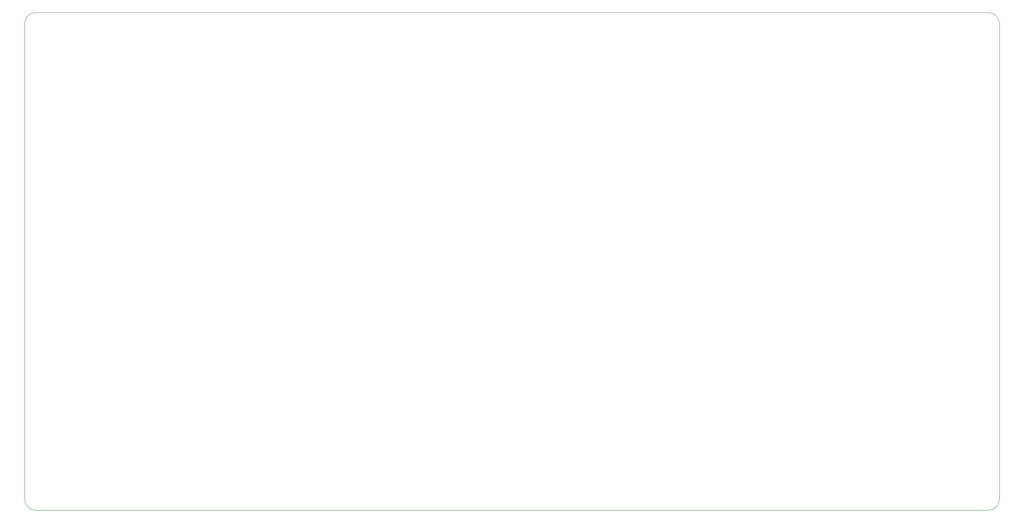
<source format=gbr>
%TF.GenerationSoftware,KiCad,Pcbnew,(6.0.5)*%
%TF.CreationDate,2022-05-16T23:41:31-07:00*%
%TF.ProjectId,3HMouse,33484d6f-7573-4652-9e6b-696361645f70,rev?*%
%TF.SameCoordinates,Original*%
%TF.FileFunction,Profile,NP*%
%FSLAX46Y46*%
G04 Gerber Fmt 4.6, Leading zero omitted, Abs format (unit mm)*
G04 Created by KiCad (PCBNEW (6.0.5)) date 2022-05-16 23:41:31*
%MOMM*%
%LPD*%
G01*
G04 APERTURE LIST*
%TA.AperFunction,Profile*%
%ADD10C,0.100000*%
%TD*%
G04 APERTURE END LIST*
D10*
X31750000Y-29368750D02*
X231775000Y-29368750D01*
X231775000Y-134143750D02*
X31750000Y-134143750D01*
X231775000Y-134143750D02*
G75*
G03*
X234156250Y-131762500I0J2381250D01*
G01*
X29368750Y-131762500D02*
X29368750Y-31750000D01*
X29368750Y-131762500D02*
G75*
G03*
X31750000Y-134143750I2381250J0D01*
G01*
X31750000Y-29368750D02*
G75*
G03*
X29368750Y-31750000I0J-2381250D01*
G01*
X234156250Y-31750000D02*
G75*
G03*
X231775000Y-29368750I-2381250J0D01*
G01*
X234156250Y-31750000D02*
X234156250Y-131762500D01*
M02*

</source>
